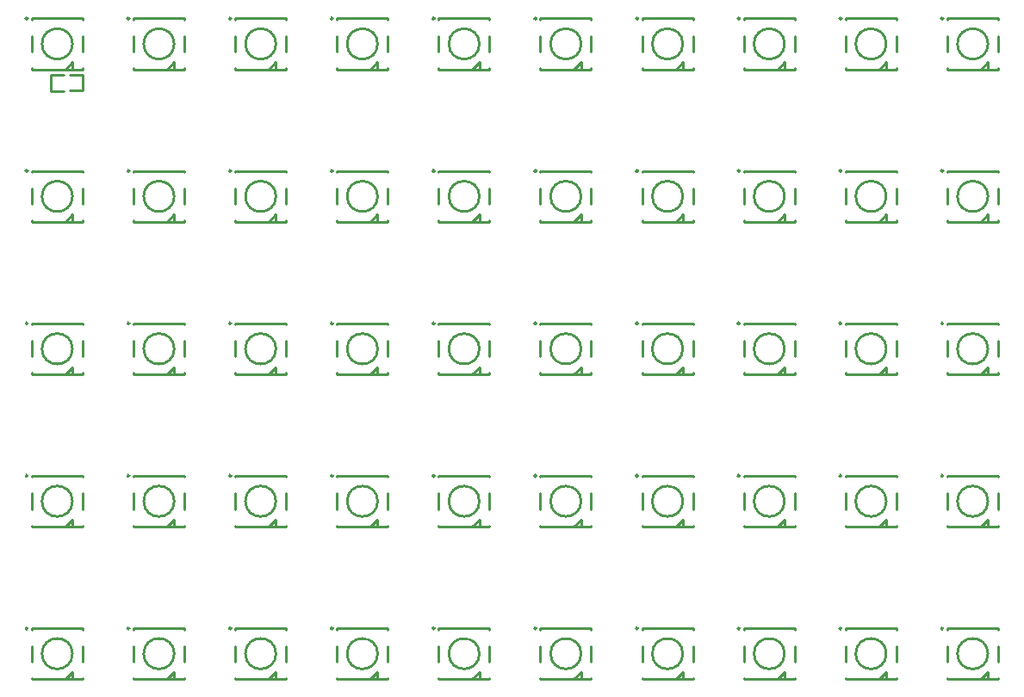
<source format=gto>
G04 Layer: TopSilkLayer*
G04 EasyEDA v6.4.7, 2021-01-21T12:31:56+00:00*
G04 8b80c43fe55248bfb6e8376c4506c8f5,74a5fafabdd44b6e8d5e0fe5421ccbd6,10*
G04 Gerber Generator version 0.2*
G04 Scale: 100 percent, Rotated: No, Reflected: No *
G04 Dimensions in millimeters *
G04 leading zeros omitted , absolute positions ,3 integer and 3 decimal *
%FSLAX33Y33*%
%MOMM*%
G90*
D02*

%ADD10C,0.254000*%

%LPD*%
G54D10*
G01X62480Y7420D02*
G01X67480Y7420D01*
G01X62480Y7300D02*
G01X62480Y7420D01*
G01X62480Y2420D02*
G01X62480Y2539D01*
G01X67480Y2420D02*
G01X62480Y2420D01*
G01X67480Y2539D02*
G01X67480Y2420D01*
G01X67480Y7420D02*
G01X67480Y7300D01*
G01X67480Y5689D02*
G01X67480Y4150D01*
G01X62480Y4150D02*
G01X62480Y5689D01*
G01X66480Y3120D02*
G01X66480Y2420D01*
G01X65780Y2420D01*
G01X66480Y3120D01*
G01X72480Y7420D02*
G01X77480Y7420D01*
G01X72480Y7300D02*
G01X72480Y7420D01*
G01X72480Y2420D02*
G01X72480Y2539D01*
G01X77480Y2420D02*
G01X72480Y2420D01*
G01X77480Y2539D02*
G01X77480Y2420D01*
G01X77480Y7420D02*
G01X77480Y7300D01*
G01X77480Y5689D02*
G01X77480Y4150D01*
G01X72480Y4150D02*
G01X72480Y5689D01*
G01X76480Y3120D02*
G01X76480Y2420D01*
G01X75780Y2420D01*
G01X76480Y3120D01*
G01X42480Y7420D02*
G01X47480Y7420D01*
G01X42480Y7300D02*
G01X42480Y7420D01*
G01X42480Y2420D02*
G01X42480Y2539D01*
G01X47480Y2420D02*
G01X42480Y2420D01*
G01X47480Y2539D02*
G01X47480Y2420D01*
G01X47480Y7420D02*
G01X47480Y7300D01*
G01X47480Y5689D02*
G01X47480Y4150D01*
G01X42480Y4150D02*
G01X42480Y5689D01*
G01X46480Y3120D02*
G01X46480Y2420D01*
G01X45780Y2420D01*
G01X46480Y3120D01*
G01X32480Y7420D02*
G01X37480Y7420D01*
G01X32480Y7300D02*
G01X32480Y7420D01*
G01X32480Y2420D02*
G01X32480Y2539D01*
G01X37480Y2420D02*
G01X32480Y2420D01*
G01X37480Y2539D02*
G01X37480Y2420D01*
G01X37480Y7420D02*
G01X37480Y7300D01*
G01X37480Y5689D02*
G01X37480Y4150D01*
G01X32480Y4150D02*
G01X32480Y5689D01*
G01X36480Y3120D02*
G01X36480Y2420D01*
G01X35780Y2420D01*
G01X36480Y3120D01*
G01X22480Y7420D02*
G01X27480Y7420D01*
G01X22480Y7300D02*
G01X22480Y7420D01*
G01X22480Y2420D02*
G01X22480Y2539D01*
G01X27480Y2420D02*
G01X22480Y2420D01*
G01X27480Y2539D02*
G01X27480Y2420D01*
G01X27480Y7420D02*
G01X27480Y7300D01*
G01X27480Y5689D02*
G01X27480Y4150D01*
G01X22480Y4150D02*
G01X22480Y5689D01*
G01X26480Y3120D02*
G01X26480Y2420D01*
G01X25780Y2420D01*
G01X26480Y3120D01*
G01X12480Y7420D02*
G01X17480Y7420D01*
G01X12480Y7300D02*
G01X12480Y7420D01*
G01X12480Y2420D02*
G01X12480Y2539D01*
G01X17480Y2420D02*
G01X12480Y2420D01*
G01X17480Y2539D02*
G01X17480Y2420D01*
G01X17480Y7420D02*
G01X17480Y7300D01*
G01X17480Y5689D02*
G01X17480Y4150D01*
G01X12480Y4150D02*
G01X12480Y5689D01*
G01X16480Y3120D02*
G01X16480Y2420D01*
G01X15780Y2420D01*
G01X16480Y3120D01*
G01X2480Y7420D02*
G01X7480Y7420D01*
G01X2480Y7300D02*
G01X2480Y7420D01*
G01X2480Y2420D02*
G01X2480Y2539D01*
G01X7480Y2420D02*
G01X2480Y2420D01*
G01X7480Y2539D02*
G01X7480Y2420D01*
G01X7480Y7420D02*
G01X7480Y7300D01*
G01X7480Y5689D02*
G01X7480Y4150D01*
G01X2480Y4150D02*
G01X2480Y5689D01*
G01X6480Y3120D02*
G01X6480Y2420D01*
G01X5780Y2420D01*
G01X6480Y3120D01*
G01X92480Y22420D02*
G01X97480Y22420D01*
G01X92480Y22300D02*
G01X92480Y22420D01*
G01X92480Y17420D02*
G01X92480Y17539D01*
G01X97480Y17420D02*
G01X92480Y17420D01*
G01X97480Y17539D02*
G01X97480Y17420D01*
G01X97480Y22420D02*
G01X97480Y22300D01*
G01X97480Y20689D02*
G01X97480Y19150D01*
G01X92480Y19150D02*
G01X92480Y20689D01*
G01X96480Y18120D02*
G01X96480Y17420D01*
G01X95780Y17420D01*
G01X96480Y18120D01*
G01X82480Y22420D02*
G01X87480Y22420D01*
G01X82480Y22300D02*
G01X82480Y22420D01*
G01X82480Y17420D02*
G01X82480Y17539D01*
G01X87480Y17420D02*
G01X82480Y17420D01*
G01X87480Y17539D02*
G01X87480Y17420D01*
G01X87480Y22420D02*
G01X87480Y22300D01*
G01X87480Y20689D02*
G01X87480Y19150D01*
G01X82480Y19150D02*
G01X82480Y20689D01*
G01X86480Y18120D02*
G01X86480Y17420D01*
G01X85780Y17420D01*
G01X86480Y18120D01*
G01X52480Y22420D02*
G01X57480Y22420D01*
G01X52480Y22300D02*
G01X52480Y22420D01*
G01X52480Y17420D02*
G01X52480Y17539D01*
G01X57480Y17420D02*
G01X52480Y17420D01*
G01X57480Y17539D02*
G01X57480Y17420D01*
G01X57480Y22420D02*
G01X57480Y22300D01*
G01X57480Y20689D02*
G01X57480Y19150D01*
G01X52480Y19150D02*
G01X52480Y20689D01*
G01X56480Y18120D02*
G01X56480Y17420D01*
G01X55780Y17420D01*
G01X56480Y18120D01*
G01X62480Y22420D02*
G01X67480Y22420D01*
G01X62480Y22300D02*
G01X62480Y22420D01*
G01X62480Y17420D02*
G01X62480Y17539D01*
G01X67480Y17420D02*
G01X62480Y17420D01*
G01X67480Y17539D02*
G01X67480Y17420D01*
G01X67480Y22420D02*
G01X67480Y22300D01*
G01X67480Y20689D02*
G01X67480Y19150D01*
G01X62480Y19150D02*
G01X62480Y20689D01*
G01X66480Y18120D02*
G01X66480Y17420D01*
G01X65780Y17420D01*
G01X66480Y18120D01*
G01X72480Y22420D02*
G01X77480Y22420D01*
G01X72480Y22300D02*
G01X72480Y22420D01*
G01X72480Y17420D02*
G01X72480Y17539D01*
G01X77480Y17420D02*
G01X72480Y17420D01*
G01X77480Y17539D02*
G01X77480Y17420D01*
G01X77480Y22420D02*
G01X77480Y22300D01*
G01X77480Y20689D02*
G01X77480Y19150D01*
G01X72480Y19150D02*
G01X72480Y20689D01*
G01X76480Y18120D02*
G01X76480Y17420D01*
G01X75780Y17420D01*
G01X76480Y18120D01*
G01X42480Y22420D02*
G01X47480Y22420D01*
G01X42480Y22300D02*
G01X42480Y22420D01*
G01X42480Y17420D02*
G01X42480Y17539D01*
G01X47480Y17420D02*
G01X42480Y17420D01*
G01X47480Y17539D02*
G01X47480Y17420D01*
G01X47480Y22420D02*
G01X47480Y22300D01*
G01X47480Y20689D02*
G01X47480Y19150D01*
G01X42480Y19150D02*
G01X42480Y20689D01*
G01X46480Y18120D02*
G01X46480Y17420D01*
G01X45780Y17420D01*
G01X46480Y18120D01*
G01X32480Y22420D02*
G01X37480Y22420D01*
G01X32480Y22300D02*
G01X32480Y22420D01*
G01X32480Y17420D02*
G01X32480Y17539D01*
G01X37480Y17420D02*
G01X32480Y17420D01*
G01X37480Y17539D02*
G01X37480Y17420D01*
G01X37480Y22420D02*
G01X37480Y22300D01*
G01X37480Y20689D02*
G01X37480Y19150D01*
G01X32480Y19150D02*
G01X32480Y20689D01*
G01X36480Y18120D02*
G01X36480Y17420D01*
G01X35780Y17420D01*
G01X36480Y18120D01*
G01X22480Y22420D02*
G01X27480Y22420D01*
G01X22480Y22300D02*
G01X22480Y22420D01*
G01X22480Y17420D02*
G01X22480Y17539D01*
G01X27480Y17420D02*
G01X22480Y17420D01*
G01X27480Y17539D02*
G01X27480Y17420D01*
G01X27480Y22420D02*
G01X27480Y22300D01*
G01X27480Y20689D02*
G01X27480Y19150D01*
G01X22480Y19150D02*
G01X22480Y20689D01*
G01X26480Y18120D02*
G01X26480Y17420D01*
G01X25780Y17420D01*
G01X26480Y18120D01*
G01X12480Y22420D02*
G01X17480Y22420D01*
G01X12480Y22300D02*
G01X12480Y22420D01*
G01X12480Y17420D02*
G01X12480Y17539D01*
G01X17480Y17420D02*
G01X12480Y17420D01*
G01X17480Y17539D02*
G01X17480Y17420D01*
G01X17480Y22420D02*
G01X17480Y22300D01*
G01X17480Y20689D02*
G01X17480Y19150D01*
G01X12480Y19150D02*
G01X12480Y20689D01*
G01X16480Y18120D02*
G01X16480Y17420D01*
G01X15780Y17420D01*
G01X16480Y18120D01*
G01X2480Y22420D02*
G01X7480Y22420D01*
G01X2480Y22300D02*
G01X2480Y22420D01*
G01X2480Y17420D02*
G01X2480Y17539D01*
G01X7480Y17420D02*
G01X2480Y17420D01*
G01X7480Y17539D02*
G01X7480Y17420D01*
G01X7480Y22420D02*
G01X7480Y22300D01*
G01X7480Y20689D02*
G01X7480Y19150D01*
G01X2480Y19150D02*
G01X2480Y20689D01*
G01X6480Y18120D02*
G01X6480Y17420D01*
G01X5780Y17420D01*
G01X6480Y18120D01*
G01X92480Y7420D02*
G01X97480Y7420D01*
G01X92480Y7300D02*
G01X92480Y7420D01*
G01X92480Y2420D02*
G01X92480Y2539D01*
G01X97480Y2420D02*
G01X92480Y2420D01*
G01X97480Y2539D02*
G01X97480Y2420D01*
G01X97480Y7420D02*
G01X97480Y7300D01*
G01X97480Y5689D02*
G01X97480Y4150D01*
G01X92480Y4150D02*
G01X92480Y5689D01*
G01X96480Y3120D02*
G01X96480Y2420D01*
G01X95780Y2420D01*
G01X96480Y3120D01*
G01X2480Y37420D02*
G01X7480Y37420D01*
G01X2480Y37300D02*
G01X2480Y37420D01*
G01X2480Y32420D02*
G01X2480Y32539D01*
G01X7480Y32420D02*
G01X2480Y32420D01*
G01X7480Y32539D02*
G01X7480Y32420D01*
G01X7480Y37420D02*
G01X7480Y37300D01*
G01X7480Y35689D02*
G01X7480Y34150D01*
G01X2480Y34150D02*
G01X2480Y35689D01*
G01X6480Y33120D02*
G01X6480Y32420D01*
G01X5780Y32420D01*
G01X6480Y33120D01*
G01X12480Y37420D02*
G01X17480Y37420D01*
G01X12480Y37300D02*
G01X12480Y37420D01*
G01X12480Y32420D02*
G01X12480Y32539D01*
G01X17480Y32420D02*
G01X12480Y32420D01*
G01X17480Y32539D02*
G01X17480Y32420D01*
G01X17480Y37420D02*
G01X17480Y37300D01*
G01X17480Y35689D02*
G01X17480Y34150D01*
G01X12480Y34150D02*
G01X12480Y35689D01*
G01X16480Y33120D02*
G01X16480Y32420D01*
G01X15780Y32420D01*
G01X16480Y33120D01*
G01X22480Y37420D02*
G01X27480Y37420D01*
G01X22480Y37300D02*
G01X22480Y37420D01*
G01X22480Y32420D02*
G01X22480Y32539D01*
G01X27480Y32420D02*
G01X22480Y32420D01*
G01X27480Y32539D02*
G01X27480Y32420D01*
G01X27480Y37420D02*
G01X27480Y37300D01*
G01X27480Y35689D02*
G01X27480Y34150D01*
G01X22480Y34150D02*
G01X22480Y35689D01*
G01X26480Y33120D02*
G01X26480Y32420D01*
G01X25780Y32420D01*
G01X26480Y33120D01*
G01X32480Y37420D02*
G01X37480Y37420D01*
G01X32480Y37300D02*
G01X32480Y37420D01*
G01X32480Y32420D02*
G01X32480Y32539D01*
G01X37480Y32420D02*
G01X32480Y32420D01*
G01X37480Y32539D02*
G01X37480Y32420D01*
G01X37480Y37420D02*
G01X37480Y37300D01*
G01X37480Y35689D02*
G01X37480Y34150D01*
G01X32480Y34150D02*
G01X32480Y35689D01*
G01X36480Y33120D02*
G01X36480Y32420D01*
G01X35780Y32420D01*
G01X36480Y33120D01*
G01X42480Y37420D02*
G01X47480Y37420D01*
G01X42480Y37300D02*
G01X42480Y37420D01*
G01X42480Y32420D02*
G01X42480Y32539D01*
G01X47480Y32420D02*
G01X42480Y32420D01*
G01X47480Y32539D02*
G01X47480Y32420D01*
G01X47480Y37420D02*
G01X47480Y37300D01*
G01X47480Y35689D02*
G01X47480Y34150D01*
G01X42480Y34150D02*
G01X42480Y35689D01*
G01X46480Y33120D02*
G01X46480Y32420D01*
G01X45780Y32420D01*
G01X46480Y33120D01*
G01X72480Y37420D02*
G01X77480Y37420D01*
G01X72480Y37300D02*
G01X72480Y37420D01*
G01X72480Y32420D02*
G01X72480Y32539D01*
G01X77480Y32420D02*
G01X72480Y32420D01*
G01X77480Y32539D02*
G01X77480Y32420D01*
G01X77480Y37420D02*
G01X77480Y37300D01*
G01X77480Y35689D02*
G01X77480Y34150D01*
G01X72480Y34150D02*
G01X72480Y35689D01*
G01X76480Y33120D02*
G01X76480Y32420D01*
G01X75780Y32420D01*
G01X76480Y33120D01*
G01X62480Y37420D02*
G01X67480Y37420D01*
G01X62480Y37300D02*
G01X62480Y37420D01*
G01X62480Y32420D02*
G01X62480Y32539D01*
G01X67480Y32420D02*
G01X62480Y32420D01*
G01X67480Y32539D02*
G01X67480Y32420D01*
G01X67480Y37420D02*
G01X67480Y37300D01*
G01X67480Y35689D02*
G01X67480Y34150D01*
G01X62480Y34150D02*
G01X62480Y35689D01*
G01X66480Y33120D02*
G01X66480Y32420D01*
G01X65780Y32420D01*
G01X66480Y33120D01*
G01X52480Y37420D02*
G01X57480Y37420D01*
G01X52480Y37300D02*
G01X52480Y37420D01*
G01X52480Y32420D02*
G01X52480Y32539D01*
G01X57480Y32420D02*
G01X52480Y32420D01*
G01X57480Y32539D02*
G01X57480Y32420D01*
G01X57480Y37420D02*
G01X57480Y37300D01*
G01X57480Y35689D02*
G01X57480Y34150D01*
G01X52480Y34150D02*
G01X52480Y35689D01*
G01X56480Y33120D02*
G01X56480Y32420D01*
G01X55780Y32420D01*
G01X56480Y33120D01*
G01X82480Y37420D02*
G01X87480Y37420D01*
G01X82480Y37300D02*
G01X82480Y37420D01*
G01X82480Y32420D02*
G01X82480Y32539D01*
G01X87480Y32420D02*
G01X82480Y32420D01*
G01X87480Y32539D02*
G01X87480Y32420D01*
G01X87480Y37420D02*
G01X87480Y37300D01*
G01X87480Y35689D02*
G01X87480Y34150D01*
G01X82480Y34150D02*
G01X82480Y35689D01*
G01X86480Y33120D02*
G01X86480Y32420D01*
G01X85780Y32420D01*
G01X86480Y33120D01*
G01X92480Y37420D02*
G01X97480Y37420D01*
G01X92480Y37300D02*
G01X92480Y37420D01*
G01X92480Y32420D02*
G01X92480Y32539D01*
G01X97480Y32420D02*
G01X92480Y32420D01*
G01X97480Y32539D02*
G01X97480Y32420D01*
G01X97480Y37420D02*
G01X97480Y37300D01*
G01X97480Y35689D02*
G01X97480Y34150D01*
G01X92480Y34150D02*
G01X92480Y35689D01*
G01X96480Y33120D02*
G01X96480Y32420D01*
G01X95780Y32420D01*
G01X96480Y33120D01*
G01X92480Y52420D02*
G01X97480Y52420D01*
G01X92480Y52300D02*
G01X92480Y52420D01*
G01X92480Y47420D02*
G01X92480Y47539D01*
G01X97480Y47420D02*
G01X92480Y47420D01*
G01X97480Y47539D02*
G01X97480Y47420D01*
G01X97480Y52420D02*
G01X97480Y52300D01*
G01X97480Y50689D02*
G01X97480Y49150D01*
G01X92480Y49150D02*
G01X92480Y50689D01*
G01X96480Y48120D02*
G01X96480Y47420D01*
G01X95780Y47420D01*
G01X96480Y48120D01*
G01X82480Y52420D02*
G01X87480Y52420D01*
G01X82480Y52300D02*
G01X82480Y52420D01*
G01X82480Y47420D02*
G01X82480Y47539D01*
G01X87480Y47420D02*
G01X82480Y47420D01*
G01X87480Y47539D02*
G01X87480Y47420D01*
G01X87480Y52420D02*
G01X87480Y52300D01*
G01X87480Y50689D02*
G01X87480Y49150D01*
G01X82480Y49150D02*
G01X82480Y50689D01*
G01X86480Y48120D02*
G01X86480Y47420D01*
G01X85780Y47420D01*
G01X86480Y48120D01*
G01X82480Y7420D02*
G01X87480Y7420D01*
G01X82480Y7300D02*
G01X82480Y7420D01*
G01X82480Y2420D02*
G01X82480Y2539D01*
G01X87480Y2420D02*
G01X82480Y2420D01*
G01X87480Y2539D02*
G01X87480Y2420D01*
G01X87480Y7420D02*
G01X87480Y7300D01*
G01X87480Y5689D02*
G01X87480Y4150D01*
G01X82480Y4150D02*
G01X82480Y5689D01*
G01X86480Y3120D02*
G01X86480Y2420D01*
G01X85780Y2420D01*
G01X86480Y3120D01*
G01X52480Y52420D02*
G01X57480Y52420D01*
G01X52480Y52300D02*
G01X52480Y52420D01*
G01X52480Y47420D02*
G01X52480Y47539D01*
G01X57480Y47420D02*
G01X52480Y47420D01*
G01X57480Y47539D02*
G01X57480Y47420D01*
G01X57480Y52420D02*
G01X57480Y52300D01*
G01X57480Y50689D02*
G01X57480Y49150D01*
G01X52480Y49150D02*
G01X52480Y50689D01*
G01X56480Y48120D02*
G01X56480Y47420D01*
G01X55780Y47420D01*
G01X56480Y48120D01*
G01X62480Y52420D02*
G01X67480Y52420D01*
G01X62480Y52300D02*
G01X62480Y52420D01*
G01X62480Y47420D02*
G01X62480Y47539D01*
G01X67480Y47420D02*
G01X62480Y47420D01*
G01X67480Y47539D02*
G01X67480Y47420D01*
G01X67480Y52420D02*
G01X67480Y52300D01*
G01X67480Y50689D02*
G01X67480Y49150D01*
G01X62480Y49150D02*
G01X62480Y50689D01*
G01X66480Y48120D02*
G01X66480Y47420D01*
G01X65780Y47420D01*
G01X66480Y48120D01*
G01X72480Y52420D02*
G01X77480Y52420D01*
G01X72480Y52300D02*
G01X72480Y52420D01*
G01X72480Y47420D02*
G01X72480Y47539D01*
G01X77480Y47420D02*
G01X72480Y47420D01*
G01X77480Y47539D02*
G01X77480Y47420D01*
G01X77480Y52420D02*
G01X77480Y52300D01*
G01X77480Y50689D02*
G01X77480Y49150D01*
G01X72480Y49150D02*
G01X72480Y50689D01*
G01X76480Y48120D02*
G01X76480Y47420D01*
G01X75780Y47420D01*
G01X76480Y48120D01*
G01X42480Y52420D02*
G01X47480Y52420D01*
G01X42480Y52300D02*
G01X42480Y52420D01*
G01X42480Y47420D02*
G01X42480Y47539D01*
G01X47480Y47420D02*
G01X42480Y47420D01*
G01X47480Y47539D02*
G01X47480Y47420D01*
G01X47480Y52420D02*
G01X47480Y52300D01*
G01X47480Y50689D02*
G01X47480Y49150D01*
G01X42480Y49150D02*
G01X42480Y50689D01*
G01X46480Y48120D02*
G01X46480Y47420D01*
G01X45780Y47420D01*
G01X46480Y48120D01*
G01X32480Y52420D02*
G01X37480Y52420D01*
G01X32480Y52300D02*
G01X32480Y52420D01*
G01X32480Y47420D02*
G01X32480Y47539D01*
G01X37480Y47420D02*
G01X32480Y47420D01*
G01X37480Y47539D02*
G01X37480Y47420D01*
G01X37480Y52420D02*
G01X37480Y52300D01*
G01X37480Y50689D02*
G01X37480Y49150D01*
G01X32480Y49150D02*
G01X32480Y50689D01*
G01X36480Y48120D02*
G01X36480Y47420D01*
G01X35780Y47420D01*
G01X36480Y48120D01*
G01X22480Y52420D02*
G01X27480Y52420D01*
G01X22480Y52300D02*
G01X22480Y52420D01*
G01X22480Y47420D02*
G01X22480Y47539D01*
G01X27480Y47420D02*
G01X22480Y47420D01*
G01X27480Y47539D02*
G01X27480Y47420D01*
G01X27480Y52420D02*
G01X27480Y52300D01*
G01X27480Y50689D02*
G01X27480Y49150D01*
G01X22480Y49150D02*
G01X22480Y50689D01*
G01X26480Y48120D02*
G01X26480Y47420D01*
G01X25780Y47420D01*
G01X26480Y48120D01*
G01X12480Y52420D02*
G01X17480Y52420D01*
G01X12480Y52300D02*
G01X12480Y52420D01*
G01X12480Y47420D02*
G01X12480Y47539D01*
G01X17480Y47420D02*
G01X12480Y47420D01*
G01X17480Y47539D02*
G01X17480Y47420D01*
G01X17480Y52420D02*
G01X17480Y52300D01*
G01X17480Y50689D02*
G01X17480Y49150D01*
G01X12480Y49150D02*
G01X12480Y50689D01*
G01X16480Y48120D02*
G01X16480Y47420D01*
G01X15780Y47420D01*
G01X16480Y48120D01*
G01X2480Y52420D02*
G01X7480Y52420D01*
G01X2480Y52300D02*
G01X2480Y52420D01*
G01X2480Y47420D02*
G01X2480Y47539D01*
G01X7480Y47420D02*
G01X2480Y47420D01*
G01X7480Y47539D02*
G01X7480Y47420D01*
G01X7480Y52420D02*
G01X7480Y52300D01*
G01X7480Y50689D02*
G01X7480Y49150D01*
G01X2480Y49150D02*
G01X2480Y50689D01*
G01X6480Y48120D02*
G01X6480Y47420D01*
G01X5780Y47420D01*
G01X6480Y48120D01*
G01X52480Y7420D02*
G01X57480Y7420D01*
G01X52480Y7300D02*
G01X52480Y7420D01*
G01X52480Y2420D02*
G01X52480Y2539D01*
G01X57480Y2420D02*
G01X52480Y2420D01*
G01X57480Y2539D02*
G01X57480Y2420D01*
G01X57480Y7420D02*
G01X57480Y7300D01*
G01X57480Y5689D02*
G01X57480Y4150D01*
G01X52480Y4150D02*
G01X52480Y5689D01*
G01X56480Y3120D02*
G01X56480Y2420D01*
G01X55780Y2420D01*
G01X56480Y3120D01*
G01X7479Y60309D02*
G01X7479Y61910D01*
G01X5628Y61904D02*
G01X4379Y61904D01*
G01X5628Y60304D02*
G01X4379Y60304D01*
G01X6229Y61910D02*
G01X7479Y61910D01*
G01X6229Y60309D02*
G01X7479Y60309D01*
G01X4379Y60304D02*
G01X4379Y61904D01*
G01X2480Y67420D02*
G01X7480Y67420D01*
G01X2480Y67300D02*
G01X2480Y67420D01*
G01X2480Y62420D02*
G01X2480Y62539D01*
G01X7480Y62420D02*
G01X2480Y62420D01*
G01X7480Y62539D02*
G01X7480Y62420D01*
G01X7480Y67420D02*
G01X7480Y67300D01*
G01X7480Y65689D02*
G01X7480Y64150D01*
G01X2480Y64150D02*
G01X2480Y65689D01*
G01X6480Y63120D02*
G01X6480Y62420D01*
G01X5780Y62420D01*
G01X6480Y63120D01*
G01X12480Y67420D02*
G01X17480Y67420D01*
G01X12480Y67300D02*
G01X12480Y67420D01*
G01X12480Y62420D02*
G01X12480Y62539D01*
G01X17480Y62420D02*
G01X12480Y62420D01*
G01X17480Y62539D02*
G01X17480Y62420D01*
G01X17480Y67420D02*
G01X17480Y67300D01*
G01X17480Y65689D02*
G01X17480Y64150D01*
G01X12480Y64150D02*
G01X12480Y65689D01*
G01X16480Y63120D02*
G01X16480Y62420D01*
G01X15780Y62420D01*
G01X16480Y63120D01*
G01X22480Y67420D02*
G01X27480Y67420D01*
G01X22480Y67300D02*
G01X22480Y67420D01*
G01X22480Y62420D02*
G01X22480Y62539D01*
G01X27480Y62420D02*
G01X22480Y62420D01*
G01X27480Y62539D02*
G01X27480Y62420D01*
G01X27480Y67420D02*
G01X27480Y67300D01*
G01X27480Y65689D02*
G01X27480Y64150D01*
G01X22480Y64150D02*
G01X22480Y65689D01*
G01X26480Y63120D02*
G01X26480Y62420D01*
G01X25780Y62420D01*
G01X26480Y63120D01*
G01X32480Y67420D02*
G01X37480Y67420D01*
G01X32480Y67300D02*
G01X32480Y67420D01*
G01X32480Y62420D02*
G01X32480Y62539D01*
G01X37480Y62420D02*
G01X32480Y62420D01*
G01X37480Y62539D02*
G01X37480Y62420D01*
G01X37480Y67420D02*
G01X37480Y67300D01*
G01X37480Y65689D02*
G01X37480Y64150D01*
G01X32480Y64150D02*
G01X32480Y65689D01*
G01X36480Y63120D02*
G01X36480Y62420D01*
G01X35780Y62420D01*
G01X36480Y63120D01*
G01X42480Y67420D02*
G01X47480Y67420D01*
G01X42480Y67300D02*
G01X42480Y67420D01*
G01X42480Y62420D02*
G01X42480Y62539D01*
G01X47480Y62420D02*
G01X42480Y62420D01*
G01X47480Y62539D02*
G01X47480Y62420D01*
G01X47480Y67420D02*
G01X47480Y67300D01*
G01X47480Y65689D02*
G01X47480Y64150D01*
G01X42480Y64150D02*
G01X42480Y65689D01*
G01X46480Y63120D02*
G01X46480Y62420D01*
G01X45780Y62420D01*
G01X46480Y63120D01*
G01X92480Y67420D02*
G01X97480Y67420D01*
G01X92480Y67300D02*
G01X92480Y67420D01*
G01X92480Y62420D02*
G01X92480Y62539D01*
G01X97480Y62420D02*
G01X92480Y62420D01*
G01X97480Y62539D02*
G01X97480Y62420D01*
G01X97480Y67420D02*
G01X97480Y67300D01*
G01X97480Y65689D02*
G01X97480Y64150D01*
G01X92480Y64150D02*
G01X92480Y65689D01*
G01X96480Y63120D02*
G01X96480Y62420D01*
G01X95780Y62420D01*
G01X96480Y63120D01*
G01X82480Y67420D02*
G01X87480Y67420D01*
G01X82480Y67300D02*
G01X82480Y67420D01*
G01X82480Y62420D02*
G01X82480Y62539D01*
G01X87480Y62420D02*
G01X82480Y62420D01*
G01X87480Y62539D02*
G01X87480Y62420D01*
G01X87480Y67420D02*
G01X87480Y67300D01*
G01X87480Y65689D02*
G01X87480Y64150D01*
G01X82480Y64150D02*
G01X82480Y65689D01*
G01X86480Y63120D02*
G01X86480Y62420D01*
G01X85780Y62420D01*
G01X86480Y63120D01*
G01X72480Y67420D02*
G01X77480Y67420D01*
G01X72480Y67300D02*
G01X72480Y67420D01*
G01X72480Y62420D02*
G01X72480Y62539D01*
G01X77480Y62420D02*
G01X72480Y62420D01*
G01X77480Y62539D02*
G01X77480Y62420D01*
G01X77480Y67420D02*
G01X77480Y67300D01*
G01X77480Y65689D02*
G01X77480Y64150D01*
G01X72480Y64150D02*
G01X72480Y65689D01*
G01X76480Y63120D02*
G01X76480Y62420D01*
G01X75780Y62420D01*
G01X76480Y63120D01*
G01X62480Y67420D02*
G01X67480Y67420D01*
G01X62480Y67300D02*
G01X62480Y67420D01*
G01X62480Y62420D02*
G01X62480Y62539D01*
G01X67480Y62420D02*
G01X62480Y62420D01*
G01X67480Y62539D02*
G01X67480Y62420D01*
G01X67480Y67420D02*
G01X67480Y67300D01*
G01X67480Y65689D02*
G01X67480Y64150D01*
G01X62480Y64150D02*
G01X62480Y65689D01*
G01X66480Y63120D02*
G01X66480Y62420D01*
G01X65780Y62420D01*
G01X66480Y63120D01*
G01X52480Y67420D02*
G01X57480Y67420D01*
G01X52480Y67300D02*
G01X52480Y67420D01*
G01X52480Y62420D02*
G01X52480Y62539D01*
G01X57480Y62420D02*
G01X52480Y62420D01*
G01X57480Y62539D02*
G01X57480Y62420D01*
G01X57480Y67420D02*
G01X57480Y67300D01*
G01X57480Y65689D02*
G01X57480Y64150D01*
G01X52480Y64150D02*
G01X52480Y65689D01*
G01X56480Y63120D02*
G01X56480Y62420D01*
G01X55780Y62420D01*
G01X56480Y63120D01*
G75*
G01X66482Y4920D02*
G03X66482Y4920I-1500J0D01*
G01*
G75*
G01X62081Y7420D02*
G03X62081Y7420I-100J0D01*
G01*
G75*
G01X76482Y4920D02*
G03X76482Y4920I-1500J0D01*
G01*
G75*
G01X72081Y7420D02*
G03X72081Y7420I-100J0D01*
G01*
G75*
G01X46482Y4920D02*
G03X46482Y4920I-1500J0D01*
G01*
G75*
G01X42081Y7420D02*
G03X42081Y7420I-100J0D01*
G01*
G75*
G01X36482Y4920D02*
G03X36482Y4920I-1500J0D01*
G01*
G75*
G01X32081Y7420D02*
G03X32081Y7420I-100J0D01*
G01*
G75*
G01X26482Y4920D02*
G03X26482Y4920I-1500J0D01*
G01*
G75*
G01X22081Y7420D02*
G03X22081Y7420I-100J0D01*
G01*
G75*
G01X16482Y4920D02*
G03X16482Y4920I-1500J0D01*
G01*
G75*
G01X12081Y7420D02*
G03X12081Y7420I-100J0D01*
G01*
G75*
G01X6482Y4920D02*
G03X6482Y4920I-1500J0D01*
G01*
G75*
G01X2081Y7420D02*
G03X2081Y7420I-100J0D01*
G01*
G75*
G01X96482Y19920D02*
G03X96482Y19920I-1500J0D01*
G01*
G75*
G01X92081Y22420D02*
G03X92081Y22420I-100J0D01*
G01*
G75*
G01X86482Y19920D02*
G03X86482Y19920I-1500J0D01*
G01*
G75*
G01X82081Y22420D02*
G03X82081Y22420I-100J0D01*
G01*
G75*
G01X56482Y19920D02*
G03X56482Y19920I-1500J0D01*
G01*
G75*
G01X52081Y22420D02*
G03X52081Y22420I-100J0D01*
G01*
G75*
G01X66482Y19920D02*
G03X66482Y19920I-1500J0D01*
G01*
G75*
G01X62081Y22420D02*
G03X62081Y22420I-100J0D01*
G01*
G75*
G01X76482Y19920D02*
G03X76482Y19920I-1500J0D01*
G01*
G75*
G01X72081Y22420D02*
G03X72081Y22420I-100J0D01*
G01*
G75*
G01X46482Y19920D02*
G03X46482Y19920I-1500J0D01*
G01*
G75*
G01X42081Y22420D02*
G03X42081Y22420I-100J0D01*
G01*
G75*
G01X36482Y19920D02*
G03X36482Y19920I-1500J0D01*
G01*
G75*
G01X32081Y22420D02*
G03X32081Y22420I-100J0D01*
G01*
G75*
G01X26482Y19920D02*
G03X26482Y19920I-1500J0D01*
G01*
G75*
G01X22081Y22420D02*
G03X22081Y22420I-100J0D01*
G01*
G75*
G01X16482Y19920D02*
G03X16482Y19920I-1500J0D01*
G01*
G75*
G01X12081Y22420D02*
G03X12081Y22420I-100J0D01*
G01*
G75*
G01X6482Y19920D02*
G03X6482Y19920I-1500J0D01*
G01*
G75*
G01X2081Y22420D02*
G03X2081Y22420I-100J0D01*
G01*
G75*
G01X96482Y4920D02*
G03X96482Y4920I-1500J0D01*
G01*
G75*
G01X92081Y7420D02*
G03X92081Y7420I-100J0D01*
G01*
G75*
G01X6482Y34920D02*
G03X6482Y34920I-1500J0D01*
G01*
G75*
G01X2081Y37420D02*
G03X2081Y37420I-100J0D01*
G01*
G75*
G01X16482Y34920D02*
G03X16482Y34920I-1500J0D01*
G01*
G75*
G01X12081Y37420D02*
G03X12081Y37420I-100J0D01*
G01*
G75*
G01X26482Y34920D02*
G03X26482Y34920I-1500J0D01*
G01*
G75*
G01X22081Y37420D02*
G03X22081Y37420I-100J0D01*
G01*
G75*
G01X36482Y34920D02*
G03X36482Y34920I-1500J0D01*
G01*
G75*
G01X32081Y37420D02*
G03X32081Y37420I-100J0D01*
G01*
G75*
G01X46482Y34920D02*
G03X46482Y34920I-1500J0D01*
G01*
G75*
G01X42081Y37420D02*
G03X42081Y37420I-100J0D01*
G01*
G75*
G01X76482Y34920D02*
G03X76482Y34920I-1500J0D01*
G01*
G75*
G01X72081Y37420D02*
G03X72081Y37420I-100J0D01*
G01*
G75*
G01X66482Y34920D02*
G03X66482Y34920I-1500J0D01*
G01*
G75*
G01X62081Y37420D02*
G03X62081Y37420I-100J0D01*
G01*
G75*
G01X56482Y34920D02*
G03X56482Y34920I-1500J0D01*
G01*
G75*
G01X52081Y37420D02*
G03X52081Y37420I-100J0D01*
G01*
G75*
G01X86482Y34920D02*
G03X86482Y34920I-1500J0D01*
G01*
G75*
G01X82081Y37420D02*
G03X82081Y37420I-100J0D01*
G01*
G75*
G01X96482Y34920D02*
G03X96482Y34920I-1500J0D01*
G01*
G75*
G01X92081Y37420D02*
G03X92081Y37420I-100J0D01*
G01*
G75*
G01X96482Y49920D02*
G03X96482Y49920I-1500J0D01*
G01*
G75*
G01X92081Y52420D02*
G03X92081Y52420I-100J0D01*
G01*
G75*
G01X86482Y49920D02*
G03X86482Y49920I-1500J0D01*
G01*
G75*
G01X82081Y52420D02*
G03X82081Y52420I-100J0D01*
G01*
G75*
G01X86482Y4920D02*
G03X86482Y4920I-1500J0D01*
G01*
G75*
G01X82081Y7420D02*
G03X82081Y7420I-100J0D01*
G01*
G75*
G01X56482Y49920D02*
G03X56482Y49920I-1500J0D01*
G01*
G75*
G01X52081Y52420D02*
G03X52081Y52420I-100J0D01*
G01*
G75*
G01X66482Y49920D02*
G03X66482Y49920I-1500J0D01*
G01*
G75*
G01X62081Y52420D02*
G03X62081Y52420I-100J0D01*
G01*
G75*
G01X76482Y49920D02*
G03X76482Y49920I-1500J0D01*
G01*
G75*
G01X72081Y52420D02*
G03X72081Y52420I-100J0D01*
G01*
G75*
G01X46482Y49920D02*
G03X46482Y49920I-1500J0D01*
G01*
G75*
G01X42081Y52420D02*
G03X42081Y52420I-100J0D01*
G01*
G75*
G01X36482Y49920D02*
G03X36482Y49920I-1500J0D01*
G01*
G75*
G01X32081Y52420D02*
G03X32081Y52420I-100J0D01*
G01*
G75*
G01X26482Y49920D02*
G03X26482Y49920I-1500J0D01*
G01*
G75*
G01X22081Y52420D02*
G03X22081Y52420I-100J0D01*
G01*
G75*
G01X16482Y49920D02*
G03X16482Y49920I-1500J0D01*
G01*
G75*
G01X12081Y52420D02*
G03X12081Y52420I-100J0D01*
G01*
G75*
G01X6482Y49920D02*
G03X6482Y49920I-1500J0D01*
G01*
G75*
G01X2081Y52420D02*
G03X2081Y52420I-100J0D01*
G01*
G75*
G01X56482Y4920D02*
G03X56482Y4920I-1500J0D01*
G01*
G75*
G01X52081Y7420D02*
G03X52081Y7420I-100J0D01*
G01*
G75*
G01X6482Y64920D02*
G03X6482Y64920I-1500J0D01*
G01*
G75*
G01X2081Y67420D02*
G03X2081Y67420I-100J0D01*
G01*
G75*
G01X16482Y64920D02*
G03X16482Y64920I-1500J0D01*
G01*
G75*
G01X12081Y67420D02*
G03X12081Y67420I-100J0D01*
G01*
G75*
G01X26482Y64920D02*
G03X26482Y64920I-1500J0D01*
G01*
G75*
G01X22081Y67420D02*
G03X22081Y67420I-100J0D01*
G01*
G75*
G01X36482Y64920D02*
G03X36482Y64920I-1500J0D01*
G01*
G75*
G01X32081Y67420D02*
G03X32081Y67420I-100J0D01*
G01*
G75*
G01X46482Y64920D02*
G03X46482Y64920I-1500J0D01*
G01*
G75*
G01X42081Y67420D02*
G03X42081Y67420I-100J0D01*
G01*
G75*
G01X96482Y64920D02*
G03X96482Y64920I-1500J0D01*
G01*
G75*
G01X92081Y67420D02*
G03X92081Y67420I-100J0D01*
G01*
G75*
G01X86482Y64920D02*
G03X86482Y64920I-1500J0D01*
G01*
G75*
G01X82081Y67420D02*
G03X82081Y67420I-100J0D01*
G01*
G75*
G01X76482Y64920D02*
G03X76482Y64920I-1500J0D01*
G01*
G75*
G01X72081Y67420D02*
G03X72081Y67420I-100J0D01*
G01*
G75*
G01X66482Y64920D02*
G03X66482Y64920I-1500J0D01*
G01*
G75*
G01X62081Y67420D02*
G03X62081Y67420I-100J0D01*
G01*
G75*
G01X56482Y64920D02*
G03X56482Y64920I-1500J0D01*
G01*
G75*
G01X52081Y67420D02*
G03X52081Y67420I-100J0D01*
G01*
M00*
M02*

</source>
